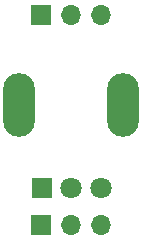
<source format=gbr>
%TF.GenerationSoftware,KiCad,Pcbnew,(6.0.9-0)*%
%TF.CreationDate,2024-06-20T10:22:48+02:00*%
%TF.ProjectId,pot-adapter,706f742d-6164-4617-9074-65722e6b6963,rev?*%
%TF.SameCoordinates,Original*%
%TF.FileFunction,Soldermask,Bot*%
%TF.FilePolarity,Negative*%
%FSLAX46Y46*%
G04 Gerber Fmt 4.6, Leading zero omitted, Abs format (unit mm)*
G04 Created by KiCad (PCBNEW (6.0.9-0)) date 2024-06-20 10:22:48*
%MOMM*%
%LPD*%
G01*
G04 APERTURE LIST*
%ADD10R,1.700000X1.700000*%
%ADD11O,1.700000X1.700000*%
%ADD12O,2.700000X5.400000*%
%ADD13R,1.800000X1.800000*%
%ADD14C,1.800000*%
G04 APERTURE END LIST*
D10*
%TO.C,J2*%
X109220000Y-111760000D03*
D11*
X111760000Y-111760000D03*
X114300000Y-111760000D03*
%TD*%
D10*
%TO.C,J1*%
X109220000Y-129540000D03*
D11*
X111760000Y-129540000D03*
X114300000Y-129540000D03*
%TD*%
D12*
%TO.C,RV1*%
X107360000Y-119380000D03*
X116160000Y-119380000D03*
D13*
X109260000Y-126380000D03*
D14*
X111760000Y-126380000D03*
X114260000Y-126380000D03*
%TD*%
M02*

</source>
